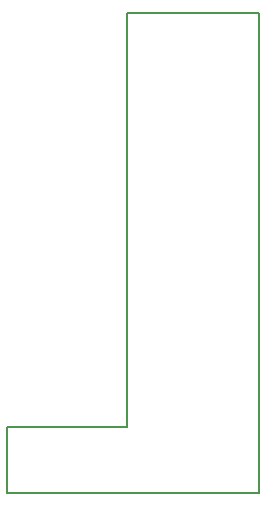
<source format=gbr>
G04 #@! TF.GenerationSoftware,KiCad,Pcbnew,(5.0.0)*
G04 #@! TF.CreationDate,2018-12-18T18:11:05+01:00*
G04 #@! TF.ProjectId,main,6D61696E2E6B696361645F7063620000,rev?*
G04 #@! TF.SameCoordinates,Original*
G04 #@! TF.FileFunction,Profile,NP*
%FSLAX46Y46*%
G04 Gerber Fmt 4.6, Leading zero omitted, Abs format (unit mm)*
G04 Created by KiCad (PCBNEW (5.0.0)) date 12/18/18 18:11:05*
%MOMM*%
%LPD*%
G01*
G04 APERTURE LIST*
%ADD10C,0.150000*%
G04 APERTURE END LIST*
D10*
X249428000Y-166116000D02*
X228092000Y-166116000D01*
X249428000Y-125476000D02*
X249428000Y-166116000D01*
X238252000Y-125476000D02*
X249428000Y-125476000D01*
X238252000Y-160528000D02*
X238252000Y-125476000D01*
X228092000Y-160528000D02*
X238252000Y-160528000D01*
X228092000Y-166116000D02*
X228092000Y-160528000D01*
M02*

</source>
